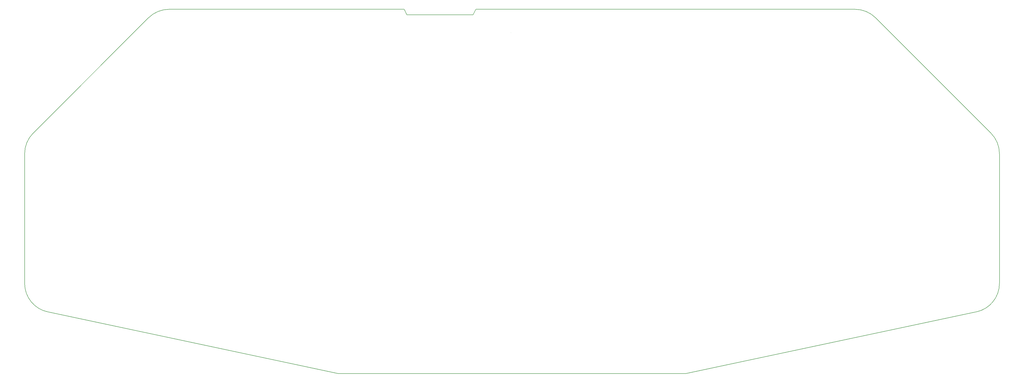
<source format=gm1>
%TF.GenerationSoftware,KiCad,Pcbnew,7.0.10-148-g62bb553460*%
%TF.CreationDate,2024-03-27T08:18:12+01:00*%
%TF.ProjectId,bandoneon,62616e64-6f6e-4656-9f6e-2e6b69636164,rev?*%
%TF.SameCoordinates,Original*%
%TF.FileFunction,Profile,NP*%
%FSLAX46Y46*%
G04 Gerber Fmt 4.6, Leading zero omitted, Abs format (unit mm)*
G04 Created by KiCad (PCBNEW 7.0.10-148-g62bb553460) date 2024-03-27 08:18:12*
%MOMM*%
%LPD*%
G01*
G04 APERTURE LIST*
%TA.AperFunction,Profile*%
%ADD10C,0.200000*%
%TD*%
%TA.AperFunction,Profile*%
%ADD11C,0.100000*%
%TD*%
G04 APERTURE END LIST*
D10*
X118048267Y-223002575D02*
X118048267Y-171803572D01*
X361728876Y-114783736D02*
X371271124Y-114783736D01*
X493802717Y-234251272D02*
X379109820Y-258630000D01*
X121416525Y-163671830D02*
G75*
G03*
X118048267Y-171803572I8131875J-8131770D01*
G01*
X295100000Y-117000000D02*
X268900000Y-117000000D01*
X121416539Y-163671844D02*
X166936375Y-118152008D01*
X241850180Y-258630000D02*
X127157283Y-234251272D01*
D11*
X310000000Y-124000000D02*
X310000000Y-124000000D01*
D10*
X371271124Y-114783736D02*
X445891897Y-114783736D01*
X175068103Y-114783728D02*
G75*
G03*
X166936375Y-118152008I-3J-11499972D01*
G01*
X336728876Y-114783736D02*
X346271124Y-114783736D01*
X379109820Y-258630000D02*
X241850180Y-258630000D01*
X296200000Y-114783736D02*
X336728876Y-114783736D01*
X502911733Y-171803572D02*
X502911733Y-223002575D01*
X175068103Y-114783736D02*
X267900000Y-114783736D01*
X454023625Y-118152008D02*
X499543461Y-163671844D01*
X118048300Y-223002575D02*
G75*
G03*
X127157283Y-234251271I11500100J75D01*
G01*
X295100000Y-117000000D02*
X296200000Y-114783736D01*
X502911743Y-171803572D02*
G75*
G03*
X499543461Y-163671844I-11500043J-28D01*
G01*
X454023640Y-118151993D02*
G75*
G03*
X445891897Y-114783736I-8131740J-8131807D01*
G01*
X493802711Y-234251244D02*
G75*
G03*
X502911733Y-223002575I-2390911J11248644D01*
G01*
X346271124Y-114783736D02*
X361728876Y-114783736D01*
X268900000Y-117000000D02*
X267900000Y-114783736D01*
M02*

</source>
